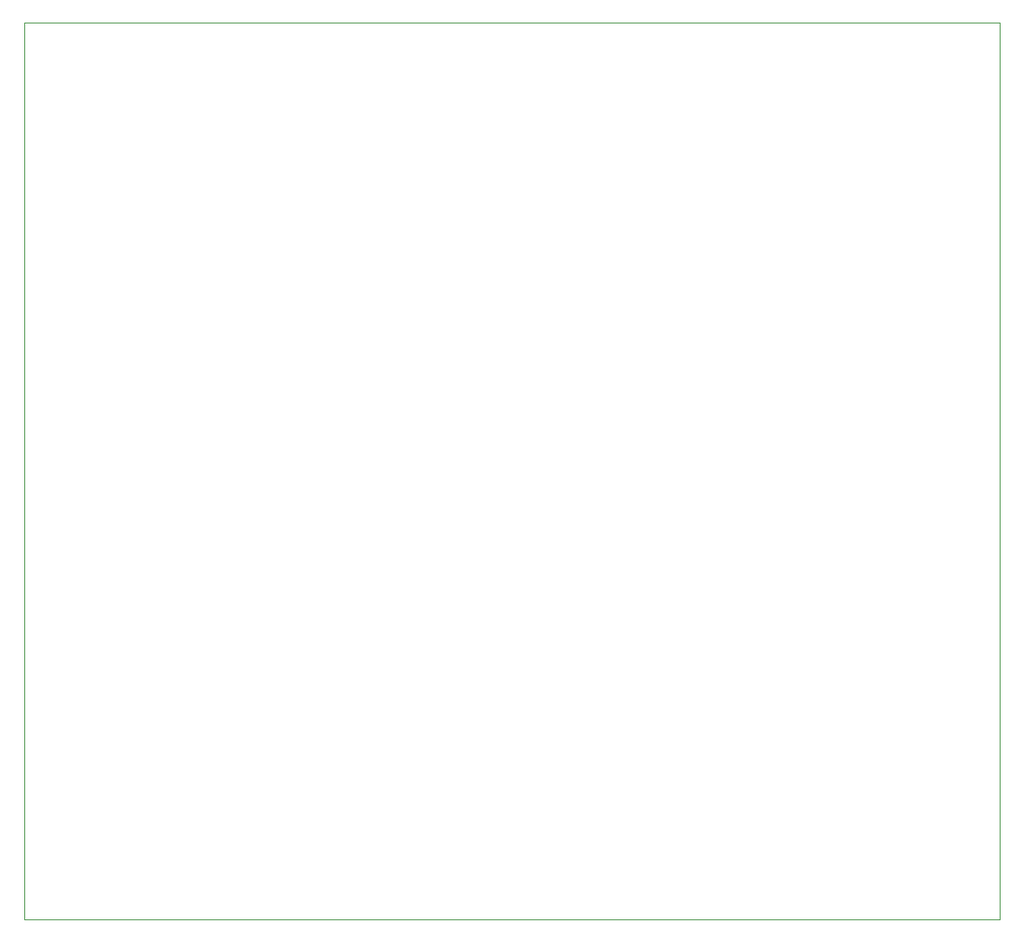
<source format=gbr>
%TF.GenerationSoftware,KiCad,Pcbnew,9.0.0*%
%TF.CreationDate,2025-09-11T11:48:58+01:00*%
%TF.ProjectId,GuitarMixer,47756974-6172-44d6-9978-65722e6b6963,rev?*%
%TF.SameCoordinates,Original*%
%TF.FileFunction,Profile,NP*%
%FSLAX46Y46*%
G04 Gerber Fmt 4.6, Leading zero omitted, Abs format (unit mm)*
G04 Created by KiCad (PCBNEW 9.0.0) date 2025-09-11 11:48:58*
%MOMM*%
%LPD*%
G01*
G04 APERTURE LIST*
%TA.AperFunction,Profile*%
%ADD10C,0.050000*%
%TD*%
G04 APERTURE END LIST*
D10*
X44100000Y-46400000D02*
X142600000Y-46400000D01*
X142600000Y-137100000D01*
X44100000Y-137100000D01*
X44100000Y-46400000D01*
M02*

</source>
